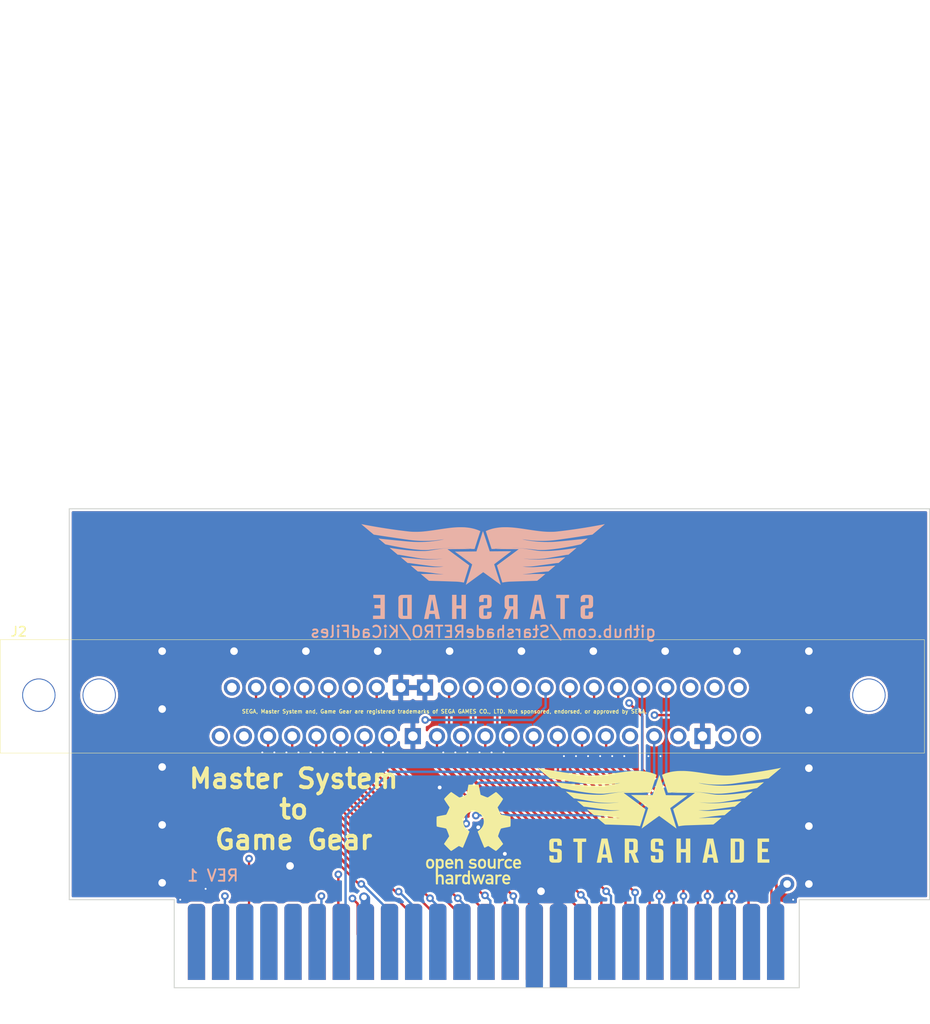
<source format=kicad_pcb>
(kicad_pcb (version 20211014) (generator pcbnew)
  (layers (0 "F.Cu" signal) (1 "In1.Cu" signal) (2 "In2.Cu" signal) (31 "B.Cu" signal) (34 "B.Paste" user) (35 "F.Paste" user) (36 "B.SilkS" user "B.Silkscreen") (37 "F.SilkS" user "F.Silkscreen") (38 "B.Mask" user) (39 "F.Mask" user) (44 "Edge.Cuts" user))
  (net 0 "")
  (net 1 "+5V")
  (net 2 "Write")
  (net 4 "Read")
  (net 5 "M8-B")
  (net 6 "A14")
  (net 7 "A13")
  (net 8 "A8")
  (net 9 "A9")
  (net 10 "A11")
  (net 11 "M0-7")
  (net 12 "A10")
  (net 13 "Enable")
  (net 14 "D7")
  (net 15 "D6")
  (net 16 "D5")
  (net 17 "D4")
  (net 18 "D3")
  (net 19 "GND")
  (net 20 "D2")
  (net 21 "D1")
  (net 22 "D0")
  (net 23 "A0")
  (net 24 "A1")
  (net 25 "A2")
  (net 26 "A3")
  (net 27 "A4")
  (net 28 "A5")
  (net 29 "A6")
  (net 30 "A7")
  (net 31 "A12")
  (net 33 "A15")
  (net 34 "M1")
  (net 35 "IO_Request")
  (net 36 "Refresh")
  (net 43 "Reset")
  (net 44 "Clock")
  (footprint "!SGFootprints:SG_GG_CARTRIDGE_SLOT" (layer "F.Cu") (at 63.373 88.011)
    (fp_text reference "J2" (at -49 -8.4 unlocked) (layer "F.SilkS"))
    (fp_text value "Game Gear Slot")
    (pad "" np_thru_hole circle (at -46.89 -1.718 90) (size 3.5 3.5) (drill 3.3) (layers F&B.Cu *.Mask))
    (pad "" np_thru_hole circle (at -40.54 -1.718 90) (size 3.5 3.5) (drill 3.3) (layers F&B.Cu *.Mask))
    (pad "" np_thru_hole circle (at 40.486 -1.718 90) (size 3.5 3.5) (drill 3.3) (layers F&B.Cu *.Mask))
    (pad "1" thru_hole circle (at -27.84 2.6 90) (size 1.7 1.7) (drill 1) (layers *.Cu *.Mask))
    (pad "2" thru_hole circle (at -26.57 -2.52 90) (size 1.7 1.7) (drill 1) (layers *.Cu *.Mask) (net 1 "+5V"))
    (pad "3" thru_hole oval (at -25.3 2.6 90) (size 1.7 1.7) (drill 1) (layers *.Cu *.Mask) (net 2 "Write"))
    (pad "4" thru_hole oval (at -24.03 -2.52 90) (size 1.7 1.7) (drill 1) (layers *.Cu *.Mask) (net 31 "A12"))
    (pad "5" thru_hole oval (at -22.76 2.6 90) (size 1.7 1.7) (drill 1) (layers *.Cu *.Mask) (net 30 "A7"))
    (pad "6" thru_hole oval (at -21.49 -2.52 90) (size 1.7 1.7) (drill 1) (layers *.Cu *.Mask) (net 29 "A6"))
    (pad "7" thru_hole oval (at -20.22 2.6 90) (size 1.7 1.7) (drill 1) (layers *.Cu *.Mask) (net 28 "A5"))
    (pad "8" thru_hole oval (at -18.95 -2.52 90) (size 1.7 1.7) (drill 1) (layers *.Cu *.Mask) (net 27 "A4"))
    (pad "9" thru_hole oval (at -17.68 2.6 90) (size 1.7 1.7) (drill 1) (layers *.Cu *.Mask) (net 26 "A3"))
    (pad "10" thru_hole oval (at -16.41 -2.52 90) (size 1.7 1.7) (drill 1) (layers *.Cu *.Mask) (net 25 "A2"))
    (pad "11" thru_hole oval (at -15.14 2.6 90) (size 1.7 1.7) (drill 1) (layers *.Cu *.Mask) (net 24 "A1"))
    (pad "12" thru_hole oval (at -13.87 -2.52 90) (size 1.7 1.7) (drill 1) (layers *.Cu *.Mask) (net 23 "A0"))
    (pad "13" thru_hole oval (at -12.6 2.6 90) (size 1.7 1.7) (drill 1) (layers *.Cu *.Mask) (net 22 "D0"))
    (pad "14" thru_hole oval (at -11.33 -2.52 90) (size 1.7 1.7) (drill 1) (layers *.Cu *.Mask) (net 21 "D1"))
    (pad "15" thru_hole oval (at -10.06 2.6 90) (size 1.7 1.7) (drill 1) (layers *.Cu *.Mask) (net 20 "D2"))
    (pad "16" thru_hole rect (at -8.79 -2.52 90) (size 1.7 1.7) (drill 1) (layers *.Cu *.Mask) (net 19 "GND"))
    (pad "17" thru_hole rect (at -7.52 2.6 90) (size 1.7 1.7) (drill 1) (layers *.Cu *.Mask) (net 19 "GND"))
    (pad "18" thru_hole rect (at -6.25 -2.52 90) (size 1.7 1.7) (drill 1) (layers *.Cu *.Mask) (net 19 "GND"))
    (pad "19" thru_hole oval (at -4.98 2.6 90) (size 1.7 1.7) (drill 1) (layers *.Cu *.Mask) (net 18 "D3"))
    (pad "20" thru_hole oval (at -3.71 -2.52 90) (size 1.7 1.7) (drill 1) (layers *.Cu *.Mask) (net 17 "D4"))
    (pad "21" thru_hole oval (at -2.44 2.6 90) (size 1.7 1.7) (drill 1) (layers *.Cu *.Mask) (net 16 "D5"))
    (pad "22" thru_hole oval (at -1.17 -2.52 90) (size 1.7 1.7) (drill 1) (layers *.Cu *.Mask) (net 15 "D6"))
    (pad "23" thru_hole oval (at 0.1 2.6 90) (size 1.7 1.7) (drill 1) (layers *.Cu *.Mask) (net 14 "D7"))
    (pad "24" thru_hole oval (at 1.37 -2.52 90) (size 1.7 1.7) (drill 1) (layers *.Cu *.Mask) (net 13 "Enable"))
    (pad "25" thru_hole oval (at 2.64 2.6 90) (size 1.7 1.7) (drill 1) (layers *.Cu *.Mask) (net 12 "A10"))
    (pad "26" thru_hole oval (at 3.91 -2.52 90) (size 1.7 1.7) (drill 1) (layers *.Cu *.Mask) (net 4 "Read"))
    (pad "27" thru_hole oval (at 5.18 2.6 90) (size 1.7 1.7) (drill 1) (layers *.Cu *.Mask) (net 11 "M0-7"))
    (pad "28" thru_hole oval (at 6.45 -2.52 90) (size 1.7 1.7) (drill 1) (layers *.Cu *.Mask) (net 33 "A15"))
    (pad "29" thru_hole oval (at 7.72 2.6 90) (size 1.7 1.7) (drill 1) (layers *.Cu *.Mask) (net 10 "A11"))
    (pad "30" thru_hole oval (at 8.99 -2.52 90) (size 1.7 1.7) (drill 1) (layers *.Cu *.Mask) (net 9 "A9"))
    (pad "31" thru_hole oval (at 10.26 2.6 90) (size 1.7 1.7) (drill 1) (layers *.Cu *.Mask) (net 8 "A8"))
    (pad "32" thru_hole oval (at 11.53 -2.52 90) (size 1.7 1.7) (drill 1) (layers *.Cu *.Mask) (net 7 "A13"))
    (pad "33" thru_hole oval (at 12.8 2.6 90) (size 1.7 1.7) (drill 1) (layers *.Cu *.Mask) (net 6 "A14"))
    (pad "34" thru_hole oval (at 14.07 -2.52 90) (size 1.7 1.7) (drill 1) (layers *.Cu *.Mask) (net 5 "M8-B"))
    (pad "35" thru_hole oval (at 15.34 2.6 90) (size 1.7 1.7) (drill 1) (layers *.Cu *.Mask) (net 1 "+5V"))
    (pad "36" thru_hole oval (at 16.61 -2.52 90) (size 1.7 1.7) (drill 1) (layers *.Cu *.Mask) (net 34 "M1"))
    (pad "37" thru_hole oval (at 17.88 2.6 90) (size 1.7 1.7) (drill 1) (layers *.Cu *.Mask) (net 35 "IO_Request"))
    (pad "38" thru_hole oval (at 19.15 -2.52 90) (size 1.7 1.7) (drill 1) (layers *.Cu *.Mask) (net 36 "Refresh"))
    (pad "39" thru_hole oval (at 20.42 2.6 90) (size 1.7 1.7) (drill 1) (layers *.Cu *.Mask) (net 43 "Reset"))
    (pad "40" thru_hole oval (at 21.69 -2.52 90) (size 1.7 1.7) (drill 1) (layers *.Cu *.Mask) (net 44 "Clock"))
    (pad "41" thru_hole rect (at 22.96 2.6 90) (size 1.7 1.7) (drill 1) (layers *.Cu *.Mask) (net 19 "GND"))
    (pad "42" thru_hole oval (at 24.23 -2.52 90) (size 1.7 1.7) (drill 1) (layers *.Cu *.Mask))
    (pad "43" thru_hole oval (at 25.5 2.6 90) (size 1.7 1.7) (drill 1) (layers *.Cu *.Mask) (net 1 "+5V"))
    (pad "44" thru_hole oval (at 26.77 -2.52 90) (size 1.7 1.7) (drill 1) (layers *.Cu *.Mask))
    (pad "45" thru_hole oval (at 28.04 2.6 90) (size 1.7 1.7) (drill 1) (layers *.Cu *.Mask))
  )
  (footprint "!MiscFootprints:OSHW" (layer "F.Cu") (at 62.23 100.965)
    (fp_text reference "G***" hide)
    (fp_text value "LOGO" hide)
  )
  (footprint "!SGFootprints:SG_SMS_CARTRIDGE_FINGERS" (layer "F.Cu") (at 63.557 112.268)
    (fp_text reference "J1" hide)
    (fp_text value "Master System Fingers")
    (pad "1" connect roundrect (at 30.48 0) (size 1.82 8) (layers "B.Cu" "B.Mask") (chamfer_ratio 0) (chamfer bottom_left bottom_right) (net 1 "+5V"))
    (pad "2" connect roundrect (at 30.48 0) (size 1.82 8) (layers "F.Cu" "F.Mask") (chamfer_ratio 0) (chamfer bottom_left bottom_right) (net 2 "Write"))
    (pad "3" connect roundrect (at 27.94 0) (size 1.82 8) (layers "B.Cu" "B.Mask") (chamfer_ratio 0) (chamfer bottom_left bottom_right))
    (pad "4" connect roundrect (at 27.94 0) (size 1.82 8) (layers "F.Cu" "F.Mask") (chamfer_ratio 0) (chamfer bottom_left bottom_right) (net 4 "Read"))
    (pad "5" connect roundrect (at 25.4 0) (size 1.82 8) (layers "B.Cu" "B.Mask") (chamfer_ratio 0) (chamfer bottom_left bottom_right) (net 5 "M8-B"))
    (pad "6" connect roundrect (at 25.4 0) (size 1.82 8) (layers "F.Cu" "F.Mask") (chamfer_ratio 0) (chamfer bottom_left bottom_right) (net 6 "A14"))
    (pad "7" connect roundrect (at 22.86 0) (size 1.82 8) (layers "B.Cu" "B.Mask") (chamfer_ratio 0) (chamfer bottom_left bottom_right) (net 7 "A13"))
    (pad "8" connect roundrect (at 22.86 0) (size 1.82 8) (layers "F.Cu" "F.Mask") (chamfer_ratio 0) (chamfer bottom_left bottom_right) (net 8 "A8"))
    (pad "9" connect roundrect (at 20.32 0) (size 1.82 8) (layers "B.Cu" "B.Mask") (chamfer_ratio 0) (chamfer bottom_left bottom_right) (net 9 "A9"))
    (pad "10" connect roundrect (at 20.32 0) (size 1.82 8) (layers "F.Cu" "F.Mask") (chamfer_ratio 0) (chamfer bottom_left bottom_right) (net 10 "A11"))
    (pad "11" connect roundrect (at 17.78 0) (size 1.82 8) (layers "B.Cu" "B.Mask") (chamfer_ratio 0) (chamfer bottom_left bottom_right) (net 11 "M0-7"))
    (pad "12" connect roundrect (at 17.78 0) (size 1.82 8) (layers "F.Cu" "F.Mask") (chamfer_ratio 0) (chamfer bottom_left bottom_right) (net 12 "A10"))
    (pad "13" connect roundrect (at 15.24 0) (size 1.82 8) (layers "B.Cu" "B.Mask") (chamfer_ratio 0) (chamfer bottom_left bottom_right) (net 13 "Enable"))
    (pad "14" connect roundrect (at 15.24 0) (size 1.82 8) (layers "F.Cu" "F.Mask") (chamfer_ratio 0) (chamfer bottom_left bottom_right) (net 14 "D7"))
    (pad "15" connect roundrect (at 12.7 0) (size 1.82 8) (layers "B.Cu" "B.Mask") (chamfer_ratio 0) (chamfer bottom_left bottom_right) (net 15 "D6"))
    (pad "16" connect roundrect (at 12.7 0) (size 1.82 8) (layers "F.Cu" "F.Mask") (chamfer_ratio 0) (chamfer bottom_left bottom_right) (net 16 "D5"))
    (pad "17" connect roundrect (at 10.16 0) (size 1.82 8) (layers "B.Cu" "B.Mask") (chamfer_ratio 0) (chamfer bottom_left bottom_right) (net 17 "D4"))
    (pad "18" connect roundrect (at 10.16 0) (size 1.82 8) (layers "F.Cu" "F.Mask") (chamfer_ratio 0) (chamfer bottom_left bottom_right) (net 18 "D3"))
    (pad "19" connect roundrect (at 7.62 0.4) (size 1.82 8.8) (layers "B.Cu" "B.Mask") (chamfer_ratio 0) (chamfer bottom_left bottom_right) (net 19 "GND"))
    (pad "20" connect roundrect (at 7.62 0.4) (size 1.82 8.8) (layers "F.Cu" "F.Mask") (chamfer_ratio 0) (chamfer bottom_left bottom_right) (net 19 "GND"))
    (pad "21" connect roundrect (at 5.08 0.4) (size 1.82 8.8) (layers "B.Cu" "B.Mask") (chamfer_ratio 0) (chamfer bottom_left bottom_right) (net 19 "GND"))
    (pad "22" connect roundrect (at 5.08 0) (size 1.82 8) (layers "F.Cu" "F.Mask") (chamfer_ratio 0) (chamfer bottom_left bottom_right) (net 20 "D2"))
    (pad "23" connect roundrect (at 2.54 0) (size 1.82 8) (layers "B.Cu" "B.Mask") (chamfer_ratio 0) (chamfer bottom_left bottom_right) (net 21 "D1"))
    (pad "24" connect roundrect (at 2.54 0) (size 1.82 8) (layers "F.Cu" "F.Mask") (chamfer_ratio 0) (chamfer bottom_left bottom_right) (net 22 "D0"))
    (pad "25" connect roundrect (at 0 0) (size 1.82 8) (layers "B.Cu" "B.Mask") (chamfer_ratio 0) (chamfer bottom_left bottom_right) (net 23 "A0"))
    (pad "26" connect roundrect (at 0 0) (size 1.82 8) (layers "F.Cu" "F.Mask") (chamfer_ratio 0) (chamfer bottom_left bottom_right) (net 24 "A1"))
    (pad "27" connect roundrect (at -2.54 0) (size 1.82 8) (layers "B.Cu" "B.Mask") (chamfer_ratio 0) (chamfer bottom_left bottom_right) (net 25 "A2"))
    (pad "28" connect roundrect (at -2.54 0) (size 1.82 8) (layers "F.Cu" "F.Mask") (chamfer_ratio 0) (chamfer bottom_left bottom_right) (net 26 "A3"))
    (pad "29" connect roundrect (at -5.08 0) (size 1.82 8) (layers "B.Cu" "B.Mask") (chamfer_ratio 0) (chamfer bottom_left bottom_right) (net 27 "A4"))
    (pad "30" connect roundrect (at -5.08 0) (size 1.82 8) (layers "F.Cu" "F.Mask") (chamfer_ratio 0) (chamfer bottom_left bottom_right) (net 28 "A5"))
    (pad "31" connect roundrect (at -7.62 0) (size 1.82 8) (layers "B.Cu" "B.Mask") (chamfer_ratio 0) (chamfer bottom_left bottom_right) (net 29 "A6"))
    (pad "32" connect roundrect (at -7.62 0) (size 1.82 8) (layers "F.Cu" "F.Mask") (chamfer_ratio 0) (chamfer bottom_left bottom_right) (net 30 "A7"))
    (pad "33" connect roundrect (at -10.16 0) (size 1.82 8) (layers "B.Cu" "B.Mask") (chamfer_ratio 0) (chamfer bottom_left bottom_right) (net 31 "A12"))
    (pad "34" connect roundrect (at -10.16 0) (size 1.82 8) (layers "F.Cu" "F.Mask") (chamfer_ratio 0) (chamfer bottom_left bottom_right))
    (pad "35" connect roundrect (at -12.7 0) (size 1.82 8) (layers "B.Cu" "B.Mask") (chamfer_ratio 0) (chamfer bottom_left bottom_right) (net 1 "+5V"))
    (pad "36" connect roundrect (at -12.7 0) (size 1.82 8) (layers "F.Cu" "F.Mask") (chamfer_ratio 0) (chamfer bottom_left bottom_right) (net 33 "A15"))
    (pad "37" connect roundrect (at -15.24 0) (size 1.82 8) (layers "B.Cu" "B.Mask") (chamfer_ratio 0) (chamfer bottom_left bottom_right) (net 34 "M1"))
    (pad "38" connect roundrect (at -15.24 0) (size 1.82 8) (layers "F.Cu" "F.Mask") (chamfer_ratio 0) (chamfer bottom_left bottom_right) (net 35 "IO_Request"))
    (pad "39" connect roundrect (at -17.78 0) (size 1.82 8) (layers "B.Cu" "B.Mask") (chamfer_ratio 0) (chamfer bottom_left bottom_right) (net 36 "Refresh"))
    (pad "40" connect roundrect (at -17.78 0) (size 1.82 8) (layers "F.Cu" "F.Mask") (chamfer_ratio 0) (chamfer bottom_left bottom_right))
    (pad "41" connect roundrect (at -20.32 0) (size 1.82 8) (layers "B.Cu" "B.Mask") (chamfer_ratio 0) (chamfer bottom_left bottom_right))
    (pad "42" connect roundrect (at -20.32 0) (size 1.82 8) (layers "F.Cu" "F.Mask") (chamfer_ratio 0) (chamfer bottom_left bottom_right))
    (pad "43" connect roundrect (at -22.86 0) (size 1.82 8) (layers "B.Cu" "B.Mask") (chamfer_ratio 0) (chamfer bottom_left bottom_right))
    (pad "44" connect roundrect (at -22.86 0) (size 1.82 8) (layers "F.Cu" "F.Mask") (chamfer_ratio 0) (chamfer bottom_left bottom_right))
    (pad "45" connect roundrect (at -25.4 0) (size 1.82 8) (layers "B.Cu" "B.Mask") (chamfer_ratio 0) (chamfer bottom_left bottom_right))
    (pad "46" connect roundrect (at -25.4 0) (size 1.82 8) (layers "F.Cu" "F.Mask") (chamfer_ratio 0) (chamfer bottom_left bottom_right) (net 43 "Reset"))
    (pad "47" connect roundrect (at -27.94 0) (size 1.82 8) (layers "B.Cu" "B.Mask") (chamfer_ratio 0) (chamfer bottom_left bottom_right) (net 44 "Clock"))
    (pad "48" connect roundrect (at -27.94 0) (size 1.82 8) (layers "F.Cu" "F.Mask") (chamfer_ratio 0) (chamfer bottom_left bottom_right))
    (pad "49" connect roundrect (at -30.48 0) (size 1.82 8) (layers "B.Cu" "B.Mask") (chamfer_ratio 0) (chamfer bottom_left bottom_right))
    (pad "50" connect roundrect (at -30.48 0) (size 1.82 8) (layers "F.Cu" "F.Mask") (chamfer_ratio 0) (chamfer bottom_left bottom_right))
  )
  (footprint "!MiscFootprints:StarshadeLogoSmall" (layer "F.Cu") (at 81.788 98.933)
    (fp_text reference "G***" hide)
    (fp_text value "LOGO" hide)
  )
  (footprint "!MiscFootprints:StarshadeLogoSmall" (layer "B.Cu") (at 63.246 73.279 180)
    (fp_text reference "G***" hide)
    (fp_text value "LOGO" hide)
  )
  (gr_line (start 30.734 107.823) (end 30.734 117.094) (layer "Edge.Cuts") (width 0.1))
  (gr_line (start 110.236 66.675) (end 19.685 66.675) (layer "Edge.Cuts") (width 0.1))
  (gr_line (start 30.734 117.094) (end 96.52 117.094) (layer "Edge.Cuts") (width 0.1))
  (gr_line (start 110.236 107.823) (end 110.236 66.675) (layer "Edge.Cuts") (width 0.1))
  (gr_line (start 96.52 107.823) (end 110.236 107.823) (layer "Edge.Cuts") (width 0.1))
  (gr_line (start 19.685 66.675) (end 19.685 107.823) (layer "Edge.Cuts") (width 0.1))
  (gr_line (start 96.52 117.094) (end 96.52 107.823) (layer "Edge.Cuts") (width 0.1))
  (gr_line (start 19.685 107.823) (end 30.734 107.823) (layer "Edge.Cuts") (width 0.1))
  (gr_text "REV 1" (at 34.798 105.283) (layer "B.SilkS") (effects (font (size 1.2 1.2) (thickness 0.2)) (justify mirror)))
  (gr_text "github.com/StarshadeRETRO/KiCadFiles" (at 63.242739 79.629) (layer "B.SilkS") (effects (font (size 1.2 1.2) (thickness 0.2)) (justify mirror)))
  (gr_text "SEGA, Master System and, Game Gear are registered trademarks of SEGA GAMES CO., LTD. Not sponsored, endorsed, or approved by SEGA." (at 59.182 88.011) (layer "F.SilkS") (effects (font (size 0.4 0.4) (thickness 0.08))))
  (gr_text "Master System\nto\nGame Gear" (at 43.307 98.298) (layer "F.SilkS") (effects (font (size 2 2) (thickness 0.4))))
  (via (at 95.25 106.172) (size 1.5) (drill 0.8) (layers "F.Cu" "B.Cu") (net 1))
  (via (at 50.703461 107.5685) (size 1) (drill 0.6) (layers "F.Cu" "B.Cu") (net 1))
  (segment (start 95.25 106.172) (end 94.037 107.385) (width 1) (layer "B.Cu") (net 1))
  (segment (start 50.857 107.722039) (end 50.857 112.268) (width 1) (layer "B.Cu") (net 1))
  (segment (start 50.703461 107.5685) (end 50.857 107.722039) (width 1) (layer "B.Cu") (net 1))
  (segment (start 94.037 107.385) (end 94.037 112.268) (width 1) (layer "B.Cu") (net 1))
  (segment (start 81.28 88.392) (end 91.821 88.392) (width 0.25) (layer "F.Cu") (net 2))
  (segment (start 93.599 111.83) (end 94.037 112.268) (width 0.25) (layer "F.Cu") (net 2))
  (segment (start 93.599 90.17) (end 93.599 111.83) (width 0.25) (layer "F.Cu") (net 2))
  (segment (start 91.821 88.392) (end 93.599 90.17) (width 0.25) (layer "F.Cu") (net 2))
  (via (at 81.28 88.392) (size 0.8) (drill 0.4) (layers "F.Cu" "B.Cu") (net 2))
  (segment (start 78.613 87.122) (end 80.01 88.519) (width 0.25) (layer "F.Cu") (net 4))
  (segment (start 80.01 94.107) (end 91.186 105.283) (width 0.25) (layer "F.Cu") (net 4))
  (segment (start 80.01 88.519) (end 80.01 94.107) (width 0.25) (layer "F.Cu") (net 4))
  (segment (start 91.186 105.283) (end 91.186 111.957) (width 0.25) (layer "F.Cu") (net 4))
  (segment (start 91.186 111.957) (end 91.497 112.268) (width 0.25) (layer "F.Cu") (net 4))
  (via (at 78.613 87.122) (size 0.8) (drill 0.4) (layers "F.Cu" "B.Cu") (net 4))
  (segment (start 89.408 105.029) (end 77.47 93.091) (width 0.25) (layer "F.Cu") (net 5))
  (segment (start 77.47 85.518) (end 77.443 85.491) (width 0.25) (layer "F.Cu") (net 5))
  (segment (start 89.408 107.442) (end 89.408 105.029) (width 0.25) (layer "F.Cu") (net 5))
  (segment (start 77.47 93.091) (end 77.47 85.518) (width 0.25) (layer "F.Cu") (net 5))
  (via (at 89.408 107.442) (size 0.8) (drill 0.4) (layers "F.Cu" "B.Cu") (net 5))
  (segment (start 89.408 111.817) (end 88.957 112.268) (width 0.25) (layer "B.Cu") (net 5))
  (segment (start 89.408 107.442) (end 89.408 111.817) (width 0.25) (layer "B.Cu") (net 5))
  (segment (start 88.392 105.537) (end 76.2 93.345) (width 0.25) (layer "F.Cu") (net 6))
  (segment (start 88.957 112.268) (end 88.392 111.703) (width 0.25) (layer "F.Cu") (net 6))
  (segment (start 88.392 111.703) (end 88.392 105.537) (width 0.25) (layer "F.Cu") (net 6))
  (segment (start 76.2 93.345) (end 76.2 90.638) (width 0.25) (layer "F.Cu") (net 6))
  (segment (start 76.2 90.638) (end 76.173 90.611) (width 0.25) (layer "F.Cu") (net 6))
  (segment (start 74.93 85.518) (end 74.903 85.491) (width 0.25) (layer "F.Cu") (net 7))
  (segment (start 74.93 93.599) (end 74.93 85.518) (width 0.25) (layer "F.Cu") (net 7))
  (segment (start 86.868 107.442) (end 86.868 105.537) (width 0.25) (layer "F.Cu") (net 7))
  (segment (start 86.868 105.537) (end 74.93 93.599) (width 0.25) (layer "F.Cu") (net 7))
  (via (at 86.868 107.442) (size 0.8) (drill 0.4) (layers "F.Cu" "B.Cu") (net 7))
  (segment (start 86.868 107.442) (end 86.868 111.817) (width 0.25) (layer "B.Cu") (net 7))
  (segment (start 86.868 111.817) (end 86.417 112.268) (width 0.25) (layer "B.Cu") (net 7))
  (segment (start 85.852 106.045) (end 73.66 93.853) (width 0.25) (layer "F.Cu") (net 8))
  (segment (start 85.852 111.703) (end 85.852 106.045) (width 0.25) (layer "F.Cu") (net 8))
  (segment (start 86.417 112.268) (end 85.852 111.703) (width 0.25) (layer "F.Cu") (net 8))
  (segment (start 73.66 90.638) (end 73.633 90.611) (width 0.25) (layer "F.Cu") (net 8))
  (segment (start 73.66 93.853) (end 73.66 90.638) (width 0.25) (layer "F.Cu") (net 8))
  (segment (start 72.39 94.107) (end 72.39 85.518) (width 0.25) (layer "F.Cu") (net 9))
  (segment (start 84.328 107.442) (end 84.328 106.045) (width 0.25) (layer "F.Cu") (net 9))
  (segment (start 72.39 85.518) (end 72.363 85.491) (width 0.25) (layer "F.Cu") (net 9))
  (segment (start 84.328 106.045) (end 72.39 94.107) (width 0.25) (layer "F.Cu") (net 9))
  (via (at 84.328 107.442) (size 0.8) (drill 0.4) (layers "F.Cu" "B.Cu") (net 9))
  (segment (start 84.328 111.817) (end 83.877 112.268) (width 0.25) (layer "B.Cu") (net 9))
  (segment (start 84.328 107.442) (end 84.328 111.817) (width 0.25) (layer "B.Cu") (net 9))
  (segment (start 71.12 94.408625) (end 71.12 90.638) (width 0.25) (layer "F.Cu") (net 10))
  (segment (start 83.312 111.703) (end 83.312 106.600625) (width 0.25) (layer "F.Cu") (net 10))
  (segment (start 83.877 112.268) (end 83.312 111.703) (width 0.25) (layer "F.Cu") (net 10))
  (segment (start 83.312 106.600625) (end 71.12 94.408625) (width 0.25) (layer "F.Cu") (net 10))
  (segment (start 71.12 90.638) (end 71.093 90.611) (width 0.25) (layer "F.Cu") (net 10))
  (segment (start 81.788 106.6165) (end 68.58 93.4085) (width 0.25) (layer "F.Cu") (net 11))
  (segment (start 68.58 90.638) (end 68.553 90.611) (width 0.25) (layer "F.Cu") (net 11))
  (segment (start 81.788 107.442) (end 81.788 106.6165) (width 0.25) (layer "F.Cu") (net 11))
  (segment (start 68.58 93.4085) (end 68.58 90.638) (width 0.25) (layer "F.Cu") (net 11))
  (via (at 81.788 107.442) (size 0.8) (drill 0.4) (layers "F.Cu" "B.Cu") (net 11))
  (segment (start 81.788 107.442) (end 81.788 111.817) (width 0.25) (layer "B.Cu") (net 11))
  (segment (start 81.788 111.817) (end 81.337 112.268) (width 0.25) (layer "B.Cu") (net 11))
  (segment (start 80.772 111.703) (end 80.772 107.061) (width 0.25) (layer "F.Cu") (net 12))
  (segment (start 80.772 107.061) (end 66.013 92.302) (width 0.25) (layer "F.Cu") (net 12))
  (segment (start 81.337 112.268) (end 80.772 111.703) (width 0.25) (layer "F.Cu") (net 12))
  (segment (start 66.013 92.302) (end 66.013 90.611) (width 0.25) (layer "F.Cu") (net 12))
  (segment (start 79.21625 107.061) (end 64.743 92.58775) (width 0.25) (layer "F.Cu") (net 13))
  (segment (start 64.743 92.58775) (end 64.743 85.491) (width 0.25) (layer "F.Cu") (net 13))
  (segment (start 79.248 107.061) (end 79.21625 107.061) (width 0.25) (layer "F.Cu") (net 13))
  (via (at 79.248 107.061) (size 0.8) (drill 0.4) (layers "F.Cu" "B.Cu") (net 13))
  (segment (start 79.248 111.817) (end 78.797 112.268) (width 0.25) (layer "B.Cu") (net 13))
  (segment (start 79.248 107.061) (end 79.248 111.817) (width 0.25) (layer "B.Cu") (net 13))
  (segment (start 78.797 112.268) (end 78.232 111.703) (width 0.25) (layer "F.Cu") (net 14))
  (segment (start 78.232 111.703) (end 78.232 107.521375) (width 0.25) (layer "F.Cu") (net 14))
  (segment (start 78.232 107.521375) (end 63.473 92.762375) (width 0.25) (layer "F.Cu") (net 14))
  (segment (start 63.473 92.762375) (end 63.473 90.611) (width 0.25) (layer "F.Cu") (net 14))
  (segment (start 62.203 92.937) (end 62.203 85.491) (width 0.25) (layer "F.Cu") (net 15))
  (segment (start 76.2 106.934) (end 62.203 92.937) (width 0.25) (layer "F.Cu") (net 15))
  (via (at 76.2 106.934) (size 0.8) (drill 0.4) (layers "F.Cu" "B.Cu") (net 15))
  (segment (start 76.708 111.817) (end 76.257 112.268) (width 0.25) (layer "B.Cu") (net 15))
  (segment (start 76.708 107.442) (end 76.708 111.817) (width 0.25) (layer "B.Cu") (net 15))
  (segment (start 76.2 106.934) (end 76.708 107.442) (width 0.25) (layer "B.Cu") (net 15))
  (segment (start 75.692 107.8865) (end 60.933 93.1275) (width 0.25) (layer "F.Cu") (net 16))
  (segment (start 60.933 93.1275) (end 60.933 90.611) (width 0.25) (layer "F.Cu") (net 16))
  (segment (start 75.692 111.703) (end 75.692 107.8865) (width 0.25) (layer "F.Cu") (net 16))
  (segment (start 76.257 112.268) (end 75.692 111.703) (width 0.25) (layer "F.Cu") (net 16))
  (segment (start 59.663 93.445) (end 59.663 85.491) (width 0.25) (layer "F.Cu") (net 17))
  (segment (start 73.533 107.315) (end 59.663 93.445) (width 0.25) (layer "F.Cu") (net 17))
  (via (at 73.533 107.315) (size 0.8) (drill 0.4) (layers "F.Cu" "B.Cu") (net 17))
  (segment (start 74.168 107.95) (end 74.168 111.817) (width 0.25) (layer "B.Cu") (net 17))
  (segment (start 74.168 111.817) (end 73.717 112.268) (width 0.25) (layer "B.Cu") (net 17))
  (segment (start 73.533 107.315) (end 74.168 107.95) (width 0.25) (layer "B.Cu") (net 17))
  (segment (start 73.152 111.703) (end 73.152 108.585) (width 0.25) (layer "F.Cu") (net 18))
  (segment (start 58.393 93.826) (end 58.393 90.611) (width 0.25) (layer "F.Cu") (net 18))
  (segment (start 73.717 112.268) (end 73.152 111.703) (width 0.25) (layer "F.Cu") (net 18))
  (segment (start 73.152 108.585) (end 58.393 93.826) (width 0.25) (layer "F.Cu") (net 18))
  (segment (start 71.177 108.007) (end 71.177 112.668) (width 1) (layer "F.Cu") (net 19))
  (segment (start 70.104 106.934) (end 71.177 108.007) (width 1) (layer "F.Cu") (net 19))
  (segment (start 69.342 106.934) (end 70.104 106.934) (width 1) (layer "F.Cu") (net 19))
  (via (at 59.055 92.329) (size 0.5) (drill 0.2) (layers "F.Cu" "B.Cu") (net 19))
  (via (at 41.275 92.329) (size 0.5) (drill 0.2) (layers "F.Cu" "B.Cu") (net 19))
  (via (at 64.135 92.329) (size 0.5) (drill 0.2) (layers "F.Cu" "B.Cu") (net 19))
  (via (at 81.915 92.71) (size 0.5) (drill 0.2) (layers "F.Cu" "B.Cu") (net 19))
  (via (at 52.705 92.329) (size 0.5) (drill 0.2) (layers "F.Cu" "B.Cu") (net 19))
  (via (at 45.085 92.329) (size 0.5) (drill 0.2) (layers "F.Cu" "B.Cu") (net 19))
  (via (at 46.355 92.329) (size 0.5) (drill 0.2) (layers "F.Cu" "B.Cu") (net 19))
  (via (at 29.464 81.661) (size 1.5) (drill 0.8) (layers "F.Cu" "B.Cu") (net 19))
  (via (at 69.342 106.934) (size 1.5) (drill 0.8) (layers "F.Cu" "B.Cu") (net 19))
  (via (at 43.815 92.329) (size 0.5) (drill 0.2) (layers "F.Cu" "B.Cu") (net 19))
  (via (at 80.645 92.71) (size 0.5) (drill 0.2) (layers "F.Cu" "B.Cu") (net 19))
  (via (at 73.025 92.71) (size 0.5) (drill 0.2) (layers "F.Cu" "B.Cu") (net 19))
  (via (at 47.625 92.329) (size 0.5) (drill 0.2) (layers "F.Cu" "B.Cu") (net 19))
  (via (at 62.865 92.329) (size 0.5) (drill 0.2) (layers "F.Cu" "B.Cu") (net 19))
  (via (at 97.536 100.076) (size 1.5) (drill 0.8) (layers "F.Cu" "B.Cu") (net 19))
  (via (at 29.464 87.757) (size 1.5) (drill 0.8) (layers "F.Cu" "B.Cu") (net 19))
  (via (at 97.536 81.661) (size 1.5) (drill 0.8) (layers "F.Cu" "B.Cu") (net 19))
  (via (at 75.565 92.71) (size 0.5) (drill 0.2) (layers "F.Cu" "B.Cu") (net 19))
  (via (at 50.165 92.329) (size 0.5) (drill 0.2) (layers "F.Cu" "B.Cu") (net 19))
  (via (at 97.536 106.172) (size 1.5) (drill 0.8) (layers "F.Cu" "B.Cu") (net 19))
  (via (at 67.281775 81.661) (size 1.5) (drill 0.8) (layers "F.Cu" "B.Cu") (net 19))
  (via (at 65.405 92.329) (size 0.5) (drill 0.2) (layers "F.Cu" "B.Cu") (net 19))
  (via (at 42.545 92.329) (size 0.5) (drill 0.2) (layers "F.Cu" "B.Cu") (net 19))
  (via (at 61.595 92.329) (size 0.5) (drill 0.2) (layers "F.Cu" "B.Cu") (net 19))
  (via (at 62.738 100.203) (size 0.8) (drill 0.4) (layers "F.Cu" "B.Cu") (net 19))
  (via (at 42.926 104.267) (size 1.5) (drill 0.8) (layers "F.Cu" "B.Cu") (net 19))
  (via (at 97.536 87.884) (size 1.5) (drill 0.8) (layers "F.Cu" "B.Cu") (net 19))
  (via (at 48.895 92.329) (size 0.5) (drill 0.2) (layers "F.Cu" "B.Cu") (net 19))
  (via (at 60.325 92.329) (size 0.5) (drill 0.2) (layers "F.Cu" "B.Cu") (net 19))
  (via (at 29.464 99.949) (size 1.5) (drill 0.8) (layers "F.Cu" "B.Cu") (net 19))
  (via (at 29.464 106.045) (size 1.5) (drill 0.8) (layers "F.Cu" "B.Cu") (net 19))
  (via (at 59.71822 81.661) (size 1.5) (drill 0.8) (layers "F.Cu" "B.Cu") (net 19))
  (via (at 78.105 92.71) (size 0.5) (drill 0.2) (layers "F.Cu" "B.Cu") (net 19))
  (via (at 37.027555 81.661) (size 1.5) (drill 0.8) (layers "F.Cu" "B.Cu") (net 19))
  (via (at 29.464 93.853) (size 1.5) (drill 0.8) (layers "F.Cu" "B.Cu") (net 19))
  (via (at 76.835 92.71) (size 0.5) (drill 0.2) (layers "F.Cu" "B.Cu") (net 19))
  (via (at 71.755 92.71) (size 0.5) (drill 0.2) (layers "F.Cu" "B.Cu") (net 19))
  (via (at 52.154665 81.661) (size 1.5) (drill 0.8) (layers "F.Cu" "B.Cu") (net 19))
  (via (at 95.885 107.823) (size 0.5) (drill 0.2) (layers "F.Cu" "B.Cu") (net 19))
  (via (at 51.435 92.329) (size 0.5) (drill 0.2) (layers "F.Cu" "B.Cu") (net 19))
  (via (at 34.036 106.68) (size 0.6) (drill 0.2) (layers "F.Cu" "B.Cu") (net 19))
  (via (at 65.532 102.997) (size 0.8) (drill 0.4) (layers "F.Cu" "B.Cu") (net 19))
  (via (at 89.97244 81.661) (size 1.5) (drill 0.8) (layers "F.Cu" "B.Cu") (net 19))
  (via (at 58.674 96.012) (size 0.8) (drill 0.4) (layers "F.Cu" "B.Cu") (net 19))
  (via (at 74.295 92.71) (size 0.5) (drill 0.2) (layers "F.Cu" "B.Cu") (net 19))
  (via (at 44.59111 81.661) (size 1.5) (drill 0.8) (layers "F.Cu" "B.Cu") (net 19))
  (via (at 74.84533 81.661) (size 1.5) (drill 0.8) (layers "F.Cu" "B.Cu") (net 19))
  (via (at 82.408885 81.661) (size 1.5) (drill 0.8) (layers "F.Cu" "B.Cu") (net 19))
  (via (at 97.536 93.98) (size 1.5) (drill 0.8) (layers "F.Cu" "B.Cu") (net 19))
  (via (at 31.369 107.823) (size 0.5) (drill 0.2) (layers "F.Cu" "B.Cu") (net 19))
  (via (at 40.005 92.329) (size 0.5) (drill 0.2) (layers "F.Cu" "B.Cu") (net 19))
  (segment (start 69.342 107.188) (end 68.637 107.893) (width 1) (layer "B.Cu") (net 19))
  (segment (start 69.342 106.934) (end 69.342 107.188) (width 1) (layer "B.Cu") (net 19))
  (segment (start 68.637 107.893) (end 68.637 112.668) (width 1) (layer "B.Cu") (net 19))
  (segment (start 70.104 106.934) (end 71.177 108.007) (width 1) (layer "B.Cu") (net 19))
  (segment (start 71.177 108.007) (end 71.177 112.668) (width 1) (layer "B.Cu") (net 19))
  (segment (start 69.342 106.934) (end 70.104 106.934) (width 1) (layer "B.Cu") (net 19))
  (segment (start 68.072 107.569) (end 53.313 92.81) (width 0.25) (layer "F.Cu") (net 20))
  (segment (start 68.637 112.268) (end 68.072 111.703) (width 0.25) (layer "F.Cu") (net 20))
  (segment (start 68.072 111.703) (end 68.072 107.569) (width 0.25) (layer "F.Cu") (net 20))
  (segment (start 53.313 92.81) (end 53.313 90.611) (width 0.25) (layer "F.Cu") (net 20))
  (segment (start 66.421 107.442) (end 52.043 93.064) (width 0.25) (layer "F.Cu") (net 21))
  (segment (start 52.043 93.064) (end 52.043 85.491) (width 0.25) (layer "F.Cu") (net 21))
  (via (at 66.421 107.442) (size 0.8) (drill 0.4) (layers "F.Cu" "B.Cu") (net 21))
  (segment (start 66.421 107.442) (end 66.548 107.569) (width 0.25) (layer "B.Cu") (net 21))
  (segment (start 66.548 111.817) (end 66.097 112.268) (width 0.25) (layer "B.Cu") (net 21))
  (segment (start 66.548 107.569) (end 66.548 111.817) (width 0.25) (layer "B.Cu") (net 21))
  (segment (start 64.172 106.717) (end 50.773 93.318) (width 0.25) (layer "F.Cu") (net 22))
  (segment (start 64.308305 106.717) (end 64.172 106.717) (width 0.25) (layer "F.Cu") (net 22))
  (segment (start 66.097 112.268) (end 65.532 111.703) (width 0.25) (layer "F.Cu") (net 22))
  (segment (start 50.773 93.318) (end 50.773 90.611) (width 0.25) (layer "F.Cu") (net 22))
  (segment (start 65.532 111.703) (end 65.532 107.940695) (width 0.25) (layer "F.Cu") (net 22))
  (segment (start 65.532 107.940695) (end 64.308305 106.717) (width 0.25) (layer "F.Cu") (net 22))
  (segment (start 63.445452 107.369549) (end 63.301945 107.369549) (width 0.25) (layer "F.Cu") (net 23))
  (segment (start 63.301945 107.369549) (end 49.53 93.597604) (width 0.25) (layer "F.Cu") (net 23))
  (segment (start 49.53 93.597604) (end 49.53 85.518) (width 0.25) (layer "F.Cu") (net 23))
  (segment (start 49.53 85.518) (end 49.503 85.491) (width 0.25) (layer "F.Cu") (net 23))
  (via (at 63.445452 107.369549) (size 0.8) (drill 0.4) (layers "F.Cu" "B.Cu") (net 23))
  (segment (start 63.445452 107.369549) (end 64.008 107.932097) (width 0.25) (layer "B.Cu") (net 23))
  (segment (start 64.008 111.817) (end 63.557 112.268) (width 0.25) (layer "B.Cu") (net 23))
  (segment (start 64.008 107.932097) (end 64.008 111.817) (width 0.25) (layer "B.Cu") (net 23))
  (segment (start 63.557 112.268) (end 62.992 111.703) (width 0.25) (layer "F.Cu") (net 24))
  (segment (start 62.992 108.585) (end 48.233 93.826) (width 0.25) (layer "F.Cu") (net 24))
  (segment (start 62.992 111.703) (end 62.992 108.585) (width 0.25) (layer "F.Cu") (net 24))
  (segment (start 48.233 93.826) (end 48.233 90.611) (width 0.25) (layer "F.Cu") (net 24))
  (segment (start 60.5515 107.6685) (end 46.99 94.107) (width 0.25) (layer "F.Cu") (net 25))
  (segment (start 46.99 85.518) (end 46.963 85.491) (width 0.25) (layer "F.Cu") (net 25))
  (segment (start 46.99 94.107) (end 46.99 85.518) (width 0.25) (layer "F.Cu") (net 25))
  (segment (start 60.579 107.6685) (end 60.5515 107.6685) (width 0.25) (layer "F.Cu") (net 25))
  (via (at 60.579 107.6685) (size 0.8) (drill 0.4) (layers "F.Cu" "B.Cu") (net 25))
  (segment (start 60.579 107.6685) (end 61.468 108.5575) (width 0.25) (layer "B.Cu") (net 25))
  (segment (start 61.468 111.817) (end 61.017 112.268) (width 0.25) (layer "B.Cu") (net 25))
  (segment (start 61.468 108.5575) (end 61.468 111.817) (width 0.25) (layer "B.Cu") (net 25))
  (segment (start 60.452 111.703) (end 60.452 109.0295) (width 0.25) (layer "F.Cu") (net 26))
  (segment (start 61.017 112.268) (end 60.452 111.703) (width 0.25) (layer "F.Cu") (net 26))
  (segment (start 45.693 94.2705) (end 45.693 90.611) (width 0.25) (layer "F.Cu") (net 26))
  (segment (start 60.452 109.0295) (end 45.693 94.2705) (width 0.25) (layer "F.Cu") (net 26))
  (segment (start 44.45 94.488) (end 44.45 85.518) (width 0.25) (layer "F.Cu") (net 27))
  (segment (start 57.6305 107.6685) (end 44.45 94.488) (width 0.25) (layer "F.Cu") (net 27))
  (segment (start 57.658 107.6685) (end 57.6305 107.6685) (width 0.25) (layer "F.Cu") (net 27))
  (segment (start 44.45 85.518) (end 44.423 85.491) (width 0.25) (layer "F.Cu") (net 27))
  (via (at 57.658 107.6685) (size 0.8) (drill 0.4) (layers "F.Cu" "B.Cu") (net 27))
  (segment (start 58.928 108.9385) (end 58.928 111.817) (width 0.25) (layer "B.Cu") (net 27))
  (segment (start 58.928 111.817) (end 58.477 112.268) (width 0.25) (layer "B.Cu") (net 27))
  (segment (start 57.658 107.6685) (end 58.928 108.9385) (width 0.25) (layer "B.Cu") (net 27))
  (segment (start 56.388 107.569) (end 56.0705 107.569) (width 0.25) (layer "F.Cu") (net 28))
  (segment (start 43.153 94.6515) (end 43.153 90.611) (width 0.25) (layer "F.Cu") (net 28))
  (segment (start 58.477 112.268) (end 57.912 111.703) (width 0.25) (layer "F.Cu") (net 28))
  (segment (start 57.912 111.703) (end 57.912 109.093) (width 0.25) (layer "F.Cu") (net 28))
  (segment (start 56.0705 107.569) (end 43.153 94.6515) (width 0.25) (layer "F.Cu") (net 28))
  (segment (start 57.912 109.093) (end 56.388 107.569) (width 0.25) (layer "F.Cu") (net 28))
  (segment (start 54.0125 106.9715) (end 41.91 94.869) (width 0.25) (layer "F.Cu") (net 29))
  (segment (start 54.356 106.9715) (end 54.0125 106.9715) (width 0.25) (layer "F.Cu") (net 29))
  (segment (start 41.91 94.869) (end 41.91 85.518) (width 0.25) (layer "F.Cu") (net 29))
  (segment (start 41.91 85.518) (end 41.883 85.491) (width 0.25) (layer "F.Cu") (net 29))
  (via (at 54.356 106.9715) (size 0.8) (drill 0.4) (layers "F.Cu" "B.Cu") (net 29))
  (segment (start 54.356 106.9715) (end 54.3935 106.9715) (width 0.25) (layer "B.Cu") (net 29))
  (segment (start 56.388 111.817) (end 55.937 112.268) (width 0.25) (layer "B.Cu") (net 29))
  (segment (start 56.388 108.966) (end 56.388 111.817) (width 0.25) (layer "B.Cu") (net 29))
  (segment (start 54.3935 106.9715) (end 56.388 108.966) (width 0.25) (layer "B.Cu") (net 29))
  (segment (start 54.102 107.696) (end 53.213 107.696) (width 0.25) (layer "F.Cu") (net 30))
  (segment (start 40.613 95.096) (end 40.613 90.611) (width 0.25) (layer "F.Cu") (net 30))
  (segment (start 53.213 107.696) (end 40.613 95.096) (width 0.25) (layer "F.Cu") (net 30))
  (segment (start 55.372 111.703) (end 55.372 108.966) (width 0.25) (layer "F.Cu") (net 30))
  (segment (start 55.937 112.268) (end 55.372 111.703) (width 0.25) (layer "F.Cu") (net 30))
  (segment (start 55.372 108.966) (end 54.102 107.696) (width 0.25) (layer "F.Cu") (net 30))
  (segment (start 39.343 95.35) (end 39.343 85.491) (width 0.25) (layer "F.Cu") (net 31))
  (segment (start 50.165 106.172) (end 39.343 95.35) (width 0.25) (layer "F.Cu") (net 31))
  (segment (start 50.419 106.172) (end 50.165 106.172) (width 0.25) (layer "F.Cu") (net 31))
  (via (at 50.419 106.172) (size 0.8) (drill 0.4) (layers "F.Cu" "B.Cu") (net 31))
  (segment (start 50.419 106.172) (end 50.546 106.172) (width 0.25) (layer "B.Cu") (net 31))
  (segment (start 53.848 109.474) (end 53.848 111.817) (width 0.25) (layer "B.Cu") (net 31))
  (segment (start 53.848 111.817) (end 53.397 112.268) (width 0.25) (layer "B.Cu") (net 31))
  (segment (start 50.546 106.172) (end 53.848 109.474) (width 0.25) (layer "B.Cu") (net 31))
  (segment (start 50.038 108.2415) (end 50.038 111.449) (width 0.25) (layer "F.Cu") (net 33))
  (segment (start 50.038 111.449) (end 50.857 112.268) (width 0.25) (layer "F.Cu") (net 33))
  (segment (start 49.4925 107.696) (end 50.038 108.2415) (width 0.25) (layer "F.Cu") (net 33))
  (via (at 49.4925 107.696) (size 0.8) (drill 0.4) (layers "F.Cu" "B.Cu") (net 33))
  (via (at 57.15 88.9) (size 0.8) (drill 0.4) (layers "F.Cu" "B.Cu") (net 33))
  (segment (start 57.15 88.9) (end 68.453 88.9) (width 0.25) (layer "B.Cu") (net 33))
  (segment (start 69.823 87.53) (end 69.823 85.491) (width 0.25) (layer "B.Cu") (net 33))
  (segment (start 68.453 88.9) (end 69.823 87.53) (width 0.25) (layer "B.Cu") (net 33))
  (segment (start 48.768 111.817) (end 48.768 99.06) (width 0.25) (layer "B.Cu") (net 34))
  (segment (start 53.467 94.361) (end 79.883 94.361) (width 0.25) (layer "B.Cu") (net 34))
  (segment (start 48.768 99.06) (end 53.467 94.361) (width 0.25) (layer "B.Cu") (net 34))
  (segment (start 79.983 94.261) (end 79.983 85.491) (width 0.25) (layer "B.Cu") (net 34))
  (segment (start 48.317 112.268) (end 48.768 111.817) (width 0.25) (layer "B.Cu") (net 34))
  (segment (start 79.883 94.361) (end 79.983 94.261) (width 0.25) (layer "B.Cu") (net 34))
  (segment (start 48.317 112.268) (end 48.006 111.957) (width 0.25) (layer "F.Cu") (net 35))
  (segment (start 48.006 111.957) (end 48.006 105.156) (width 0.25) (layer "F.Cu") (net 35))
  (via (at 61.468 99.822) (size 0.8) (drill 0.4) (layers "F.Cu" "B.Cu") (net 35))
  (via (at 48.006 105.156) (size 0.8) (drill 0.4) (layers "F.Cu" "B.Cu") (net 35))
  (segment (start 81.253 94.769) (end 81.253 90.611) (width 0.25) (layer "B.Cu") (net 35))
  (segment (start 62.865 95.504) (end 80.518 95.504) (width 0.25) (layer "B.Cu") (net 35))
  (segment (start 61.468 96.901) (end 62.865 95.504) (width 0.25) (layer "B.Cu") (net 35))
  (segment (start 61.468 99.822) (end 61.468 96.901) (width 0.25) (layer "B.Cu") (net 35))
  (segment (start 80.518 95.504) (end 81.253 94.769) (width 0.25) (layer "B.Cu") (net 35))
  (via (at 46.228 107.442) (size 0.8) (drill 0.4) (layers "F.Cu" "B.Cu") (net 36))
  (via (at 62.484 98.966547) (size 0.8) (drill 0.4) (layers "F.Cu" "B.Cu") (net 36))
  (segment (start 62.517547 98.933) (end 78.867 98.933) (width 0.25) (layer "B.Cu") (net 36))
  (segment (start 46.228 111.817) (end 45.777 112.268) (width 0.25) (layer "B.Cu") (net 36))
  (segment (start 78.867 98.933) (end 82.523 95.277) (width 0.25) (layer "B.Cu") (net 36))
  (segment (start 82.523 95.277) (end 82.523 85.491) (width 0.25) (layer "B.Cu") (net 36))
  (segment (start 46.228 107.442) (end 46.228 111.817) (width 0.25) (layer "B.Cu") (net 36))
  (segment (start 62.484 98.966547) (end 62.517547 98.933) (width 0.25) (layer "B.Cu") (net 36))
  (segment (start 38.608 111.817) (end 38.157 112.268) (width 0.25) (layer "F.Cu") (net 43))
  (segment (start 38.608 103.505) (end 38.608 111.817) (width 0.25) (layer "F.Cu") (net 43))
  (via (at 38.608 103.505) (size 0.8) (drill 0.4) (layers "F.Cu" "B.Cu") (net 43))
  (via (at 36.068 107.442) (size 0.8) (drill 0.4) (layers "F.Cu" "B.Cu") (net 44))
  (segment (start 36.068 107.442) (end 36.068 110.744) (width 0.25) (layer "B.Cu") (net 44))
  (segment (start 36.068 110.744) (end 35.56 111.252) (width 0.25) (layer "B.Cu") (net 44))
  (zone (net 19) (net_name "GND") (layers "F.Cu" "In2.Cu" "B.Cu") (connect_pads (clearance 0.254)) (min_thickness 0.254) (fill yes (thermal_gap 0.508) (thermal_bridge_width 0.508))
    (polygon (pts (xy 110.236 108.204) (xy 19.685 108.204) (xy 19.685 66.802) (xy 110.236 66.802)))
  )
)
</source>
